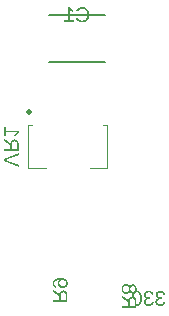
<source format=gbr>
G04 EAGLE Gerber X2 export*
%TF.Part,Single*%
%TF.FileFunction,Legend,Bot,1*%
%TF.FilePolarity,Positive*%
%TF.GenerationSoftware,Autodesk,EAGLE,9.7.0*%
%TF.CreationDate,2022-02-15T16:10:41Z*%
G75*
%MOMM*%
%FSLAX34Y34*%
%LPD*%
%INSilkscreen Bottom*%
%AMOC8*
5,1,8,0,0,1.08239X$1,22.5*%
G01*
G04 Define Apertures*
%ADD10C,0.500000*%
%ADD11C,0.120000*%
%ADD12C,0.127000*%
G36*
X178005Y182711D02*
X178259Y182730D01*
X178504Y182762D01*
X178741Y182806D01*
X179190Y182933D01*
X179607Y183110D01*
X179990Y183338D01*
X180340Y183616D01*
X180656Y183945D01*
X180940Y184325D01*
X181190Y184754D01*
X181408Y185228D01*
X181591Y185750D01*
X181741Y186318D01*
X181858Y186932D01*
X181942Y187593D01*
X181992Y188301D01*
X182009Y189055D01*
X181992Y189825D01*
X181944Y190545D01*
X181863Y191215D01*
X181749Y191836D01*
X181603Y192406D01*
X181425Y192927D01*
X181214Y193398D01*
X180971Y193819D01*
X180692Y194191D01*
X180376Y194513D01*
X180023Y194785D01*
X179632Y195008D01*
X179203Y195182D01*
X178974Y195250D01*
X178736Y195306D01*
X178489Y195349D01*
X178232Y195380D01*
X177966Y195399D01*
X177691Y195405D01*
X177422Y195398D01*
X177163Y195380D01*
X176913Y195348D01*
X176672Y195305D01*
X176439Y195248D01*
X176216Y195179D01*
X175796Y195004D01*
X175411Y194779D01*
X175062Y194503D01*
X174749Y194178D01*
X174472Y193802D01*
X174229Y193377D01*
X174018Y192904D01*
X173839Y192383D01*
X173693Y191814D01*
X173580Y191196D01*
X173499Y190531D01*
X173450Y189817D01*
X173434Y189055D01*
X173451Y188305D01*
X173502Y187600D01*
X173587Y186942D01*
X173707Y186329D01*
X173860Y185761D01*
X174047Y185240D01*
X174269Y184764D01*
X174524Y184334D01*
X174813Y183952D01*
X175135Y183621D01*
X175488Y183341D01*
X175874Y183112D01*
X176293Y182934D01*
X176744Y182807D01*
X176982Y182762D01*
X177227Y182730D01*
X177481Y182711D01*
X177743Y182705D01*
X178005Y182711D01*
G37*
%LPC*%
G36*
X177389Y184012D02*
X177076Y184070D01*
X176786Y184167D01*
X176519Y184303D01*
X176276Y184478D01*
X176056Y184692D01*
X175859Y184945D01*
X175685Y185236D01*
X175533Y185568D01*
X175401Y185941D01*
X175290Y186356D01*
X175199Y186813D01*
X175128Y187311D01*
X175077Y187850D01*
X175047Y188432D01*
X175037Y189055D01*
X175046Y189700D01*
X175075Y190298D01*
X175124Y190851D01*
X175191Y191358D01*
X175278Y191819D01*
X175384Y192234D01*
X175510Y192603D01*
X175654Y192926D01*
X175821Y193207D01*
X176013Y193451D01*
X176230Y193657D01*
X176472Y193826D01*
X176739Y193957D01*
X177031Y194051D01*
X177348Y194107D01*
X177691Y194126D01*
X178041Y194107D01*
X178366Y194052D01*
X178666Y193960D01*
X178940Y193830D01*
X179188Y193664D01*
X179411Y193461D01*
X179608Y193221D01*
X179780Y192944D01*
X179928Y192624D01*
X180057Y192257D01*
X180166Y191842D01*
X180256Y191380D01*
X180325Y190870D01*
X180375Y190313D01*
X180405Y189708D01*
X180415Y189055D01*
X180404Y188420D01*
X180374Y187829D01*
X180324Y187282D01*
X180254Y186780D01*
X180163Y186321D01*
X180052Y185907D01*
X179922Y185536D01*
X179771Y185210D01*
X179598Y184924D01*
X179402Y184677D01*
X179181Y184468D01*
X178938Y184297D01*
X178670Y184164D01*
X178379Y184068D01*
X178064Y184011D01*
X177726Y183992D01*
X177389Y184012D01*
G37*
%LPD*%
G36*
X188134Y182718D02*
X188567Y182758D01*
X188976Y182824D01*
X189362Y182916D01*
X189724Y183035D01*
X190062Y183180D01*
X190377Y183352D01*
X190668Y183550D01*
X190933Y183774D01*
X191170Y184023D01*
X191378Y184298D01*
X191558Y184598D01*
X191710Y184923D01*
X191833Y185274D01*
X191928Y185649D01*
X191995Y186051D01*
X190366Y186199D01*
X190318Y185934D01*
X190255Y185686D01*
X190175Y185455D01*
X190079Y185242D01*
X189968Y185045D01*
X189840Y184865D01*
X189696Y184703D01*
X189536Y184557D01*
X189360Y184429D01*
X189168Y184318D01*
X188959Y184224D01*
X188735Y184147D01*
X188495Y184087D01*
X188238Y184044D01*
X187966Y184018D01*
X187677Y184010D01*
X187387Y184019D01*
X187113Y184047D01*
X186856Y184092D01*
X186614Y184157D01*
X186388Y184239D01*
X186178Y184340D01*
X185985Y184459D01*
X185807Y184597D01*
X185648Y184752D01*
X185510Y184926D01*
X185393Y185117D01*
X185298Y185326D01*
X185224Y185553D01*
X185171Y185797D01*
X185139Y186059D01*
X185128Y186340D01*
X185140Y186585D01*
X185177Y186816D01*
X185237Y187033D01*
X185322Y187236D01*
X185431Y187426D01*
X185564Y187602D01*
X185722Y187764D01*
X185903Y187912D01*
X186108Y188044D01*
X186334Y188159D01*
X186581Y188256D01*
X186850Y188335D01*
X187141Y188397D01*
X187453Y188441D01*
X187786Y188468D01*
X188141Y188477D01*
X189034Y188477D01*
X189034Y189843D01*
X188176Y189843D01*
X187861Y189852D01*
X187564Y189878D01*
X187286Y189922D01*
X187025Y189984D01*
X186783Y190064D01*
X186559Y190161D01*
X186354Y190276D01*
X186166Y190408D01*
X185999Y190556D01*
X185854Y190718D01*
X185731Y190893D01*
X185631Y191081D01*
X185553Y191283D01*
X185497Y191499D01*
X185463Y191729D01*
X185452Y191971D01*
X185461Y192212D01*
X185489Y192440D01*
X185534Y192655D01*
X185598Y192857D01*
X185680Y193046D01*
X185780Y193222D01*
X185898Y193385D01*
X186035Y193535D01*
X186189Y193669D01*
X186361Y193786D01*
X186551Y193884D01*
X186758Y193965D01*
X186983Y194028D01*
X187226Y194073D01*
X187486Y194099D01*
X187764Y194108D01*
X188019Y194100D01*
X188261Y194075D01*
X188490Y194033D01*
X188707Y193975D01*
X188912Y193900D01*
X189104Y193808D01*
X189283Y193699D01*
X189451Y193574D01*
X189603Y193434D01*
X189739Y193280D01*
X189858Y193112D01*
X189960Y192930D01*
X190045Y192735D01*
X190113Y192526D01*
X190165Y192304D01*
X190199Y192068D01*
X191785Y192190D01*
X191727Y192559D01*
X191640Y192906D01*
X191526Y193233D01*
X191383Y193539D01*
X191212Y193824D01*
X191012Y194089D01*
X190784Y194332D01*
X190528Y194555D01*
X190248Y194754D01*
X189948Y194927D01*
X189630Y195073D01*
X189292Y195192D01*
X188935Y195285D01*
X188558Y195352D01*
X188162Y195391D01*
X187747Y195405D01*
X187296Y195391D01*
X186870Y195351D01*
X186471Y195283D01*
X186097Y195189D01*
X185749Y195068D01*
X185427Y194919D01*
X185131Y194744D01*
X184861Y194542D01*
X184620Y194316D01*
X184411Y194068D01*
X184234Y193800D01*
X184089Y193510D01*
X183977Y193198D01*
X183896Y192866D01*
X183848Y192513D01*
X183832Y192138D01*
X183842Y191849D01*
X183873Y191574D01*
X183925Y191313D01*
X183997Y191066D01*
X184090Y190833D01*
X184204Y190613D01*
X184338Y190407D01*
X184493Y190215D01*
X184668Y190038D01*
X184861Y189875D01*
X185073Y189727D01*
X185304Y189595D01*
X185554Y189477D01*
X185823Y189374D01*
X186110Y189286D01*
X186416Y189212D01*
X186416Y189177D01*
X186079Y189130D01*
X185762Y189064D01*
X185464Y188977D01*
X185185Y188871D01*
X184925Y188745D01*
X184685Y188599D01*
X184463Y188434D01*
X184261Y188249D01*
X184080Y188048D01*
X183924Y187834D01*
X183791Y187608D01*
X183683Y187369D01*
X183599Y187117D01*
X183538Y186853D01*
X183502Y186576D01*
X183490Y186287D01*
X183507Y185872D01*
X183558Y185481D01*
X183643Y185115D01*
X183762Y184772D01*
X183915Y184453D01*
X184101Y184159D01*
X184322Y183888D01*
X184576Y183642D01*
X184862Y183422D01*
X185177Y183232D01*
X185521Y183071D01*
X185895Y182939D01*
X186297Y182837D01*
X186728Y182763D01*
X187188Y182720D01*
X187677Y182705D01*
X188134Y182718D01*
G37*
G36*
X198102Y182718D02*
X198535Y182758D01*
X198945Y182824D01*
X199331Y182916D01*
X199693Y183035D01*
X200031Y183180D01*
X200346Y183352D01*
X200637Y183550D01*
X200902Y183774D01*
X201138Y184023D01*
X201347Y184298D01*
X201527Y184598D01*
X201678Y184923D01*
X201802Y185274D01*
X201897Y185649D01*
X201964Y186051D01*
X200335Y186199D01*
X200287Y185934D01*
X200224Y185686D01*
X200144Y185455D01*
X200048Y185242D01*
X199936Y185045D01*
X199809Y184865D01*
X199665Y184703D01*
X199505Y184557D01*
X199329Y184429D01*
X199136Y184318D01*
X198928Y184224D01*
X198704Y184147D01*
X198463Y184087D01*
X198207Y184044D01*
X197934Y184018D01*
X197646Y184010D01*
X197356Y184019D01*
X197082Y184047D01*
X196824Y184092D01*
X196583Y184157D01*
X196357Y184239D01*
X196147Y184340D01*
X195953Y184459D01*
X195776Y184597D01*
X195617Y184752D01*
X195479Y184926D01*
X195362Y185117D01*
X195267Y185326D01*
X195192Y185553D01*
X195139Y185797D01*
X195108Y186059D01*
X195097Y186340D01*
X195109Y186585D01*
X195145Y186816D01*
X195206Y187033D01*
X195291Y187236D01*
X195400Y187426D01*
X195533Y187602D01*
X195690Y187764D01*
X195872Y187912D01*
X196077Y188044D01*
X196303Y188159D01*
X196550Y188256D01*
X196819Y188335D01*
X197110Y188397D01*
X197421Y188441D01*
X197755Y188468D01*
X198110Y188477D01*
X199003Y188477D01*
X199003Y189843D01*
X198145Y189843D01*
X197830Y189852D01*
X197533Y189878D01*
X197255Y189922D01*
X196994Y189984D01*
X196752Y190064D01*
X196528Y190161D01*
X196322Y190276D01*
X196135Y190408D01*
X195968Y190556D01*
X195823Y190718D01*
X195700Y190893D01*
X195599Y191081D01*
X195521Y191283D01*
X195466Y191499D01*
X195432Y191729D01*
X195421Y191971D01*
X195430Y192212D01*
X195457Y192440D01*
X195503Y192655D01*
X195567Y192857D01*
X195648Y193046D01*
X195749Y193222D01*
X195867Y193385D01*
X196003Y193535D01*
X196158Y193669D01*
X196330Y193786D01*
X196520Y193884D01*
X196727Y193965D01*
X196952Y194028D01*
X197195Y194073D01*
X197455Y194099D01*
X197733Y194108D01*
X197988Y194100D01*
X198229Y194075D01*
X198459Y194033D01*
X198676Y193975D01*
X198880Y193900D01*
X199072Y193808D01*
X199252Y193699D01*
X199419Y193574D01*
X199572Y193434D01*
X199707Y193280D01*
X199826Y193112D01*
X199928Y192930D01*
X200014Y192735D01*
X200082Y192526D01*
X200133Y192304D01*
X200168Y192068D01*
X201753Y192190D01*
X201695Y192559D01*
X201609Y192906D01*
X201495Y193233D01*
X201352Y193539D01*
X201180Y193824D01*
X200981Y194089D01*
X200753Y194332D01*
X200497Y194555D01*
X200216Y194754D01*
X199917Y194927D01*
X199598Y195073D01*
X199261Y195192D01*
X198903Y195285D01*
X198527Y195352D01*
X198131Y195391D01*
X197716Y195405D01*
X197264Y195391D01*
X196839Y195351D01*
X196440Y195283D01*
X196066Y195189D01*
X195718Y195068D01*
X195396Y194919D01*
X195100Y194744D01*
X194830Y194542D01*
X194589Y194316D01*
X194380Y194068D01*
X194203Y193800D01*
X194058Y193510D01*
X193945Y193198D01*
X193865Y192866D01*
X193817Y192513D01*
X193801Y192138D01*
X193811Y191849D01*
X193842Y191574D01*
X193894Y191313D01*
X193966Y191066D01*
X194059Y190833D01*
X194173Y190613D01*
X194307Y190407D01*
X194462Y190215D01*
X194637Y190038D01*
X194830Y189875D01*
X195042Y189727D01*
X195273Y189595D01*
X195523Y189477D01*
X195791Y189374D01*
X196078Y189286D01*
X196384Y189212D01*
X196384Y189177D01*
X196048Y189130D01*
X195731Y189064D01*
X195433Y188977D01*
X195154Y188871D01*
X194894Y188745D01*
X194654Y188599D01*
X194432Y188434D01*
X194230Y188249D01*
X194049Y188048D01*
X193893Y187834D01*
X193760Y187608D01*
X193652Y187369D01*
X193567Y187117D01*
X193507Y186853D01*
X193471Y186576D01*
X193459Y186287D01*
X193476Y185872D01*
X193527Y185481D01*
X193612Y185115D01*
X193731Y184772D01*
X193883Y184453D01*
X194070Y184159D01*
X194291Y183888D01*
X194545Y183642D01*
X194831Y183422D01*
X195146Y183232D01*
X195490Y183071D01*
X195863Y182939D01*
X196265Y182837D01*
X196696Y182763D01*
X197157Y182720D01*
X197646Y182705D01*
X198102Y182718D01*
G37*
G36*
X77641Y319269D02*
X77626Y319776D01*
X77582Y320252D01*
X77510Y320699D01*
X77408Y321116D01*
X77276Y321504D01*
X77116Y321862D01*
X76927Y322190D01*
X76708Y322488D01*
X76463Y322754D01*
X76196Y322984D01*
X75906Y323179D01*
X75592Y323339D01*
X75256Y323463D01*
X74897Y323551D01*
X74516Y323605D01*
X74111Y323622D01*
X73774Y323610D01*
X73451Y323572D01*
X73141Y323510D01*
X72845Y323422D01*
X72563Y323309D01*
X72295Y323172D01*
X72040Y323009D01*
X71799Y322821D01*
X71575Y322611D01*
X71374Y322382D01*
X71193Y322134D01*
X71127Y322023D01*
X71035Y321867D01*
X70898Y321581D01*
X70782Y321276D01*
X70689Y320952D01*
X70616Y320609D01*
X68353Y322101D01*
X65300Y324113D01*
X65300Y322186D01*
X70424Y318980D01*
X70424Y315135D01*
X65300Y315135D01*
X65300Y313462D01*
X77641Y313462D01*
X77641Y319269D01*
G37*
%LPC*%
G36*
X71746Y315135D02*
X71746Y319173D01*
X71756Y319494D01*
X71785Y319797D01*
X71833Y320081D01*
X71901Y320346D01*
X71987Y320592D01*
X72094Y320819D01*
X72219Y321028D01*
X72364Y321218D01*
X72526Y321387D01*
X72703Y321534D01*
X72896Y321658D01*
X73105Y321760D01*
X73329Y321839D01*
X73568Y321896D01*
X73823Y321929D01*
X74094Y321941D01*
X74355Y321929D01*
X74600Y321895D01*
X74830Y321838D01*
X75043Y321758D01*
X75240Y321655D01*
X75421Y321529D01*
X75587Y321381D01*
X75736Y321209D01*
X75868Y321016D01*
X75983Y320803D01*
X76080Y320570D01*
X76160Y320317D01*
X76221Y320044D01*
X76265Y319750D01*
X76292Y319437D01*
X76301Y319103D01*
X76301Y315135D01*
X71746Y315135D01*
G37*
%LPD*%
G36*
X77641Y301893D02*
X68952Y305309D01*
X66771Y306044D01*
X68952Y306780D01*
X77641Y310178D01*
X77641Y311939D01*
X65300Y306903D01*
X65300Y305168D01*
X77641Y300132D01*
X77641Y301893D01*
G37*
G36*
X66640Y329470D02*
X76134Y329470D01*
X74146Y326685D01*
X75635Y326685D01*
X77641Y329602D01*
X77641Y331056D01*
X66640Y331056D01*
X66640Y334060D01*
X65300Y334060D01*
X65300Y326326D01*
X66640Y326326D01*
X66640Y329470D01*
G37*
G36*
X168821Y192729D02*
X169105Y192761D01*
X169377Y192815D01*
X169637Y192891D01*
X169885Y192988D01*
X170121Y193107D01*
X170345Y193248D01*
X170557Y193410D01*
X170752Y193589D01*
X170928Y193780D01*
X171083Y193983D01*
X171218Y194198D01*
X171333Y194425D01*
X171427Y194664D01*
X171501Y194916D01*
X171555Y195179D01*
X171590Y195179D01*
X171658Y194934D01*
X171743Y194702D01*
X171845Y194483D01*
X171965Y194278D01*
X172101Y194086D01*
X172255Y193907D01*
X172426Y193742D01*
X172615Y193589D01*
X172816Y193453D01*
X173026Y193334D01*
X173244Y193234D01*
X173471Y193152D01*
X173706Y193089D01*
X173950Y193043D01*
X174202Y193016D01*
X174463Y193007D01*
X174807Y193023D01*
X175135Y193073D01*
X175445Y193155D01*
X175739Y193271D01*
X176017Y193419D01*
X176278Y193601D01*
X176522Y193815D01*
X176749Y194062D01*
X176954Y194337D01*
X177132Y194635D01*
X177283Y194955D01*
X177406Y195298D01*
X177502Y195664D01*
X177570Y196052D01*
X177611Y196462D01*
X177625Y196896D01*
X177611Y197339D01*
X177571Y197759D01*
X177504Y198154D01*
X177410Y198526D01*
X177289Y198874D01*
X177142Y199197D01*
X176968Y199497D01*
X176766Y199773D01*
X176542Y200020D01*
X176299Y200235D01*
X176038Y200416D01*
X175757Y200564D01*
X175457Y200680D01*
X175139Y200762D01*
X174802Y200812D01*
X174445Y200828D01*
X174185Y200819D01*
X173932Y200792D01*
X173689Y200746D01*
X173453Y200682D01*
X173227Y200599D01*
X173008Y200498D01*
X172799Y200379D01*
X172597Y200241D01*
X172409Y200088D01*
X172240Y199921D01*
X172225Y199903D01*
X172089Y199741D01*
X171956Y199547D01*
X171841Y199340D01*
X171745Y199120D01*
X171667Y198886D01*
X171608Y198639D01*
X171573Y198639D01*
X171515Y198926D01*
X171438Y199197D01*
X171341Y199452D01*
X171226Y199690D01*
X171091Y199911D01*
X170936Y200117D01*
X170763Y200305D01*
X170607Y200444D01*
X170570Y200478D01*
X170361Y200632D01*
X170139Y200765D01*
X169905Y200878D01*
X169658Y200971D01*
X169398Y201042D01*
X169125Y201094D01*
X168840Y201125D01*
X168542Y201135D01*
X168127Y201118D01*
X167735Y201067D01*
X167367Y200982D01*
X167023Y200863D01*
X166701Y200711D01*
X166404Y200524D01*
X166130Y200303D01*
X165880Y200049D01*
X165656Y199762D01*
X165462Y199447D01*
X165298Y199101D01*
X165163Y198726D01*
X165059Y198322D01*
X164985Y197888D01*
X164940Y197424D01*
X164925Y196931D01*
X164940Y196449D01*
X164983Y195995D01*
X165057Y195567D01*
X165159Y195167D01*
X165291Y194793D01*
X165452Y194447D01*
X165642Y194127D01*
X165862Y193835D01*
X166109Y193573D01*
X166380Y193346D01*
X166676Y193154D01*
X166996Y192997D01*
X167341Y192875D01*
X167711Y192788D01*
X168106Y192735D01*
X168525Y192718D01*
X168821Y192729D01*
G37*
%LPC*%
G36*
X168347Y194357D02*
X168059Y194388D01*
X167790Y194438D01*
X167541Y194509D01*
X167312Y194601D01*
X167103Y194713D01*
X166914Y194845D01*
X166744Y194997D01*
X166595Y195170D01*
X166466Y195363D01*
X166356Y195576D01*
X166267Y195810D01*
X166197Y196064D01*
X166147Y196339D01*
X166117Y196633D01*
X166107Y196948D01*
X166117Y197260D01*
X166146Y197551D01*
X166194Y197821D01*
X166262Y198071D01*
X166348Y198301D01*
X166455Y198510D01*
X166580Y198698D01*
X166725Y198866D01*
X166891Y199014D01*
X167079Y199142D01*
X167291Y199251D01*
X167525Y199339D01*
X167782Y199408D01*
X168062Y199458D01*
X168365Y199487D01*
X168691Y199497D01*
X168969Y199486D01*
X169229Y199454D01*
X169472Y199401D01*
X169697Y199326D01*
X169905Y199230D01*
X170094Y199113D01*
X170266Y198974D01*
X170421Y198814D01*
X170557Y198634D01*
X170676Y198438D01*
X170776Y198224D01*
X170858Y197993D01*
X170921Y197744D01*
X170967Y197479D01*
X170994Y197196D01*
X171003Y196896D01*
X170993Y196604D01*
X170964Y196329D01*
X170915Y196070D01*
X170847Y195827D01*
X170759Y195601D01*
X170651Y195391D01*
X170524Y195198D01*
X170377Y195021D01*
X170213Y194863D01*
X170035Y194726D01*
X169841Y194610D01*
X169634Y194516D01*
X169411Y194442D01*
X169174Y194389D01*
X168922Y194357D01*
X168656Y194347D01*
X168347Y194357D01*
G37*
G36*
X174101Y194628D02*
X173859Y194656D01*
X173634Y194703D01*
X173424Y194768D01*
X173230Y194853D01*
X173051Y194956D01*
X172889Y195078D01*
X172742Y195218D01*
X172611Y195376D01*
X172499Y195549D01*
X172403Y195738D01*
X172325Y195942D01*
X172264Y196162D01*
X172220Y196397D01*
X172194Y196647D01*
X172186Y196913D01*
X172194Y197183D01*
X172218Y197436D01*
X172258Y197673D01*
X172314Y197893D01*
X172386Y198097D01*
X172474Y198284D01*
X172578Y198454D01*
X172698Y198608D01*
X172836Y198744D01*
X172994Y198863D01*
X173172Y198963D01*
X173369Y199045D01*
X173587Y199108D01*
X173824Y199154D01*
X174081Y199181D01*
X174358Y199190D01*
X174611Y199181D01*
X174848Y199155D01*
X175069Y199110D01*
X175274Y199047D01*
X175462Y198966D01*
X175633Y198868D01*
X175789Y198751D01*
X175928Y198617D01*
X176050Y198464D01*
X176157Y198294D01*
X176247Y198106D01*
X176320Y197900D01*
X176377Y197676D01*
X176418Y197433D01*
X176443Y197174D01*
X176451Y196896D01*
X176443Y196626D01*
X176418Y196373D01*
X176377Y196136D01*
X176320Y195916D01*
X176246Y195712D01*
X176155Y195525D01*
X176049Y195355D01*
X175926Y195201D01*
X175786Y195064D01*
X175631Y194946D01*
X175459Y194846D01*
X175271Y194764D01*
X175067Y194700D01*
X174847Y194655D01*
X174610Y194628D01*
X174358Y194618D01*
X174101Y194628D01*
G37*
%LPD*%
G36*
X177441Y186279D02*
X177426Y186785D01*
X177382Y187262D01*
X177310Y187709D01*
X177208Y188126D01*
X177076Y188514D01*
X176916Y188871D01*
X176727Y189200D01*
X176508Y189498D01*
X176263Y189764D01*
X175996Y189994D01*
X175706Y190189D01*
X175392Y190349D01*
X175056Y190473D01*
X174697Y190561D01*
X174316Y190614D01*
X173911Y190632D01*
X173574Y190620D01*
X173251Y190582D01*
X172941Y190519D01*
X172645Y190432D01*
X172363Y190319D01*
X172095Y190181D01*
X171840Y190019D01*
X171599Y189831D01*
X171375Y189621D01*
X171174Y189392D01*
X170993Y189144D01*
X170927Y189033D01*
X170835Y188877D01*
X170698Y188591D01*
X170582Y188286D01*
X170489Y187962D01*
X170416Y187619D01*
X168153Y189111D01*
X165100Y191123D01*
X165100Y189196D01*
X170224Y185990D01*
X170224Y182145D01*
X165100Y182145D01*
X165100Y180472D01*
X177441Y180472D01*
X177441Y186279D01*
G37*
%LPC*%
G36*
X171546Y182145D02*
X171546Y186183D01*
X171556Y186504D01*
X171585Y186807D01*
X171633Y187090D01*
X171701Y187355D01*
X171787Y187602D01*
X171894Y187829D01*
X172019Y188038D01*
X172164Y188228D01*
X172326Y188397D01*
X172503Y188544D01*
X172696Y188668D01*
X172905Y188770D01*
X173129Y188849D01*
X173368Y188905D01*
X173623Y188939D01*
X173894Y188951D01*
X174155Y188939D01*
X174400Y188905D01*
X174630Y188848D01*
X174843Y188768D01*
X175040Y188665D01*
X175221Y188539D01*
X175387Y188391D01*
X175536Y188219D01*
X175668Y188026D01*
X175783Y187813D01*
X175880Y187580D01*
X175960Y187327D01*
X176021Y187054D01*
X176065Y186760D01*
X176092Y186446D01*
X176101Y186113D01*
X176101Y182145D01*
X171546Y182145D01*
G37*
%LPD*%
G36*
X119021Y191359D02*
X119006Y191865D01*
X118962Y192342D01*
X118890Y192789D01*
X118788Y193206D01*
X118656Y193594D01*
X118496Y193951D01*
X118307Y194280D01*
X118088Y194578D01*
X117843Y194844D01*
X117576Y195074D01*
X117286Y195269D01*
X116972Y195429D01*
X116636Y195553D01*
X116277Y195641D01*
X115896Y195694D01*
X115491Y195712D01*
X115154Y195700D01*
X114831Y195662D01*
X114521Y195599D01*
X114225Y195512D01*
X113943Y195399D01*
X113675Y195261D01*
X113420Y195099D01*
X113179Y194911D01*
X112955Y194701D01*
X112754Y194472D01*
X112573Y194224D01*
X112507Y194113D01*
X112415Y193957D01*
X112278Y193671D01*
X112162Y193366D01*
X112069Y193042D01*
X111996Y192699D01*
X109733Y194191D01*
X106680Y196203D01*
X106680Y194276D01*
X111804Y191070D01*
X111804Y187225D01*
X106680Y187225D01*
X106680Y185552D01*
X119021Y185552D01*
X119021Y191359D01*
G37*
%LPC*%
G36*
X113126Y187225D02*
X113126Y191263D01*
X113136Y191584D01*
X113165Y191887D01*
X113213Y192170D01*
X113281Y192435D01*
X113367Y192682D01*
X113474Y192909D01*
X113599Y193118D01*
X113744Y193308D01*
X113906Y193477D01*
X114083Y193624D01*
X114276Y193748D01*
X114485Y193850D01*
X114709Y193929D01*
X114948Y193985D01*
X115203Y194019D01*
X115474Y194031D01*
X115735Y194019D01*
X115980Y193985D01*
X116210Y193928D01*
X116423Y193848D01*
X116620Y193745D01*
X116801Y193619D01*
X116967Y193471D01*
X117116Y193299D01*
X117248Y193106D01*
X117363Y192893D01*
X117460Y192660D01*
X117540Y192407D01*
X117601Y192134D01*
X117645Y191840D01*
X117672Y191526D01*
X117681Y191193D01*
X117681Y187225D01*
X113126Y187225D01*
G37*
%LPD*%
G36*
X115524Y197876D02*
X115969Y197927D01*
X116389Y198012D01*
X116782Y198131D01*
X117149Y198283D01*
X117491Y198470D01*
X117807Y198691D01*
X118097Y198945D01*
X118356Y199230D01*
X118581Y199541D01*
X118772Y199879D01*
X118928Y200244D01*
X119049Y200635D01*
X119135Y201052D01*
X119187Y201496D01*
X119205Y201967D01*
X119199Y202220D01*
X119181Y202466D01*
X119109Y202934D01*
X118990Y203370D01*
X118824Y203776D01*
X118609Y204150D01*
X118347Y204493D01*
X118038Y204804D01*
X117681Y205085D01*
X117276Y205333D01*
X116823Y205549D01*
X116322Y205731D01*
X115774Y205880D01*
X115177Y205996D01*
X114533Y206078D01*
X113840Y206128D01*
X113100Y206145D01*
X112328Y206127D01*
X111602Y206072D01*
X110922Y205982D01*
X110289Y205855D01*
X109701Y205691D01*
X109159Y205492D01*
X108663Y205256D01*
X108213Y204984D01*
X107812Y204679D01*
X107466Y204342D01*
X107172Y203975D01*
X106932Y203577D01*
X106745Y203149D01*
X106672Y202923D01*
X106612Y202689D01*
X106565Y202448D01*
X106532Y202199D01*
X106512Y201942D01*
X106505Y201678D01*
X106514Y201326D01*
X106543Y200991D01*
X106590Y200675D01*
X106657Y200376D01*
X106743Y200096D01*
X106847Y199833D01*
X106971Y199588D01*
X107114Y199361D01*
X107277Y199151D01*
X107465Y198956D01*
X107675Y198777D01*
X107909Y198613D01*
X108167Y198465D01*
X108448Y198332D01*
X108752Y198215D01*
X109080Y198113D01*
X109316Y199620D01*
X108955Y199756D01*
X108642Y199927D01*
X108377Y200134D01*
X108160Y200377D01*
X107992Y200656D01*
X107871Y200970D01*
X107799Y201319D01*
X107781Y201507D01*
X107775Y201704D01*
X107795Y202034D01*
X107854Y202345D01*
X107952Y202636D01*
X108090Y202908D01*
X108267Y203162D01*
X108484Y203396D01*
X108740Y203610D01*
X109036Y203806D01*
X109368Y203981D01*
X109734Y204134D01*
X110133Y204265D01*
X110567Y204373D01*
X111033Y204460D01*
X111534Y204524D01*
X112068Y204566D01*
X112636Y204586D01*
X112444Y204490D01*
X112261Y204379D01*
X112088Y204253D01*
X111925Y204111D01*
X111772Y203953D01*
X111628Y203779D01*
X111494Y203590D01*
X111370Y203386D01*
X111258Y203171D01*
X111161Y202951D01*
X111079Y202725D01*
X111012Y202495D01*
X110960Y202259D01*
X110923Y202018D01*
X110900Y201772D01*
X110893Y201520D01*
X110911Y201115D01*
X110964Y200730D01*
X111053Y200366D01*
X111178Y200022D01*
X111338Y199700D01*
X111533Y199398D01*
X111765Y199118D01*
X112031Y198858D01*
X112328Y198624D01*
X112647Y198421D01*
X112990Y198249D01*
X113356Y198109D01*
X113746Y198000D01*
X114158Y197922D01*
X114594Y197875D01*
X115053Y197859D01*
X115524Y197876D01*
G37*
%LPC*%
G36*
X114725Y199472D02*
X114414Y199503D01*
X114121Y199554D01*
X113846Y199626D01*
X113588Y199719D01*
X113348Y199831D01*
X113125Y199965D01*
X112920Y200119D01*
X112737Y200290D01*
X112578Y200476D01*
X112443Y200677D01*
X112333Y200892D01*
X112247Y201121D01*
X112186Y201365D01*
X112149Y201624D01*
X112137Y201897D01*
X112156Y202232D01*
X112214Y202556D01*
X112311Y202867D01*
X112448Y203167D01*
X112619Y203445D01*
X112823Y203691D01*
X113059Y203907D01*
X113328Y204091D01*
X113622Y204238D01*
X113936Y204344D01*
X114270Y204407D01*
X114624Y204428D01*
X114987Y204417D01*
X115332Y204385D01*
X115659Y204332D01*
X115967Y204257D01*
X116258Y204161D01*
X116530Y204044D01*
X116784Y203905D01*
X117019Y203745D01*
X117232Y203567D01*
X117416Y203374D01*
X117572Y203167D01*
X117699Y202946D01*
X117798Y202710D01*
X117869Y202459D01*
X117912Y202194D01*
X117926Y201914D01*
X117914Y201637D01*
X117878Y201375D01*
X117817Y201128D01*
X117732Y200896D01*
X117623Y200679D01*
X117490Y200477D01*
X117333Y200291D01*
X117151Y200119D01*
X116949Y199965D01*
X116729Y199831D01*
X116493Y199719D01*
X116239Y199626D01*
X115968Y199554D01*
X115680Y199503D01*
X115375Y199472D01*
X115053Y199462D01*
X114725Y199472D01*
G37*
%LPD*%
G36*
X131995Y422887D02*
X132438Y422923D01*
X132865Y422984D01*
X133276Y423069D01*
X133672Y423178D01*
X134052Y423311D01*
X134416Y423468D01*
X134764Y423650D01*
X135095Y423854D01*
X135405Y424079D01*
X135694Y424325D01*
X135964Y424592D01*
X136213Y424879D01*
X136442Y425187D01*
X136651Y425516D01*
X136840Y425866D01*
X137007Y426234D01*
X137152Y426619D01*
X137275Y427021D01*
X137375Y427439D01*
X137453Y427874D01*
X137509Y428325D01*
X137543Y428793D01*
X137554Y429277D01*
X137548Y429641D01*
X137529Y429995D01*
X137498Y430339D01*
X137454Y430673D01*
X137398Y430997D01*
X137330Y431311D01*
X137249Y431615D01*
X137155Y431909D01*
X137049Y432193D01*
X136931Y432467D01*
X136657Y432985D01*
X136333Y433464D01*
X135960Y433902D01*
X135542Y434294D01*
X135086Y434634D01*
X134844Y434784D01*
X134592Y434921D01*
X134330Y435045D01*
X134059Y435156D01*
X133778Y435255D01*
X133488Y435339D01*
X133188Y435411D01*
X132879Y435470D01*
X132560Y435516D01*
X132231Y435549D01*
X131893Y435568D01*
X131545Y435575D01*
X131063Y435563D01*
X130601Y435527D01*
X130159Y435466D01*
X129737Y435382D01*
X129335Y435274D01*
X128954Y435141D01*
X128593Y434985D01*
X128252Y434804D01*
X127932Y434600D01*
X127635Y434372D01*
X127359Y434121D01*
X127105Y433847D01*
X126873Y433550D01*
X126662Y433229D01*
X126474Y432885D01*
X126308Y432518D01*
X127893Y431992D01*
X128008Y432254D01*
X128140Y432499D01*
X128288Y432729D01*
X128453Y432943D01*
X128633Y433141D01*
X128830Y433323D01*
X129043Y433489D01*
X129273Y433639D01*
X129516Y433773D01*
X129770Y433888D01*
X130035Y433986D01*
X130312Y434066D01*
X130599Y434128D01*
X130898Y434173D01*
X131207Y434199D01*
X131528Y434208D01*
X132026Y434188D01*
X132496Y434126D01*
X132937Y434023D01*
X133350Y433879D01*
X133734Y433693D01*
X134090Y433467D01*
X134417Y433199D01*
X134716Y432890D01*
X134983Y432545D01*
X135214Y432170D01*
X135410Y431764D01*
X135570Y431328D01*
X135694Y430861D01*
X135783Y430364D01*
X135837Y429836D01*
X135855Y429277D01*
X135836Y428724D01*
X135780Y428199D01*
X135688Y427701D01*
X135558Y427231D01*
X135391Y426789D01*
X135187Y426375D01*
X134946Y425988D01*
X134668Y425629D01*
X134358Y425306D01*
X134022Y425026D01*
X133660Y424789D01*
X133272Y424595D01*
X132858Y424444D01*
X132417Y424336D01*
X131951Y424271D01*
X131458Y424250D01*
X131139Y424260D01*
X130830Y424290D01*
X130531Y424340D01*
X130242Y424410D01*
X129963Y424501D01*
X129694Y424611D01*
X129436Y424741D01*
X129187Y424891D01*
X128949Y425062D01*
X128720Y425252D01*
X128502Y425463D01*
X128293Y425693D01*
X128095Y425944D01*
X127907Y426215D01*
X127728Y426505D01*
X127560Y426816D01*
X126194Y426133D01*
X126394Y425746D01*
X126613Y425384D01*
X126852Y425045D01*
X127110Y424729D01*
X127388Y424438D01*
X127684Y424171D01*
X128000Y423927D01*
X128335Y423707D01*
X128687Y423512D01*
X129053Y423343D01*
X129432Y423200D01*
X129825Y423083D01*
X130232Y422992D01*
X130653Y422927D01*
X131088Y422888D01*
X131537Y422875D01*
X131995Y422887D01*
G37*
G36*
X124161Y424390D02*
X121016Y424390D01*
X121016Y433884D01*
X123802Y431896D01*
X123802Y433385D01*
X120885Y435391D01*
X119431Y435391D01*
X119431Y424390D01*
X116427Y424390D01*
X116427Y423050D01*
X124161Y423050D01*
X124161Y424390D01*
G37*
D10*
X86850Y346776D03*
D11*
X85880Y336000D02*
X89350Y336000D01*
X85880Y336000D02*
X85880Y299000D01*
X100894Y299000D01*
X149410Y336000D02*
X152880Y336000D01*
X152880Y299000D01*
X137866Y299000D01*
D12*
X151000Y429157D02*
X103000Y429157D01*
X103000Y388723D02*
X151000Y388723D01*
M02*

</source>
